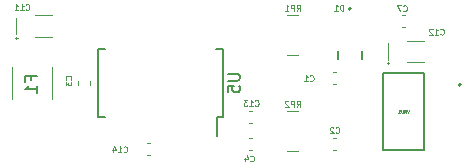
<source format=gbr>
%TF.GenerationSoftware,KiCad,Pcbnew,(6.0.11-0)*%
%TF.CreationDate,2023-05-04T16:40:56+03:00*%
%TF.ProjectId,Arduino Nano Differential impdance PCB,41726475-696e-46f2-904e-616e6f204469,rev?*%
%TF.SameCoordinates,Original*%
%TF.FileFunction,Legend,Bot*%
%TF.FilePolarity,Positive*%
%FSLAX46Y46*%
G04 Gerber Fmt 4.6, Leading zero omitted, Abs format (unit mm)*
G04 Created by KiCad (PCBNEW (6.0.11-0)) date 2023-05-04 16:40:56*
%MOMM*%
%LPD*%
G01*
G04 APERTURE LIST*
%ADD10C,0.125000*%
%ADD11C,0.100000*%
%ADD12C,0.150000*%
%ADD13C,0.063500*%
%ADD14C,0.120000*%
%ADD15C,0.127000*%
%ADD16C,0.200000*%
G04 APERTURE END LIST*
D10*
%TO.C,C13*%
X152010228Y-104521771D02*
X152034038Y-104545580D01*
X152105466Y-104569390D01*
X152153085Y-104569390D01*
X152224514Y-104545580D01*
X152272133Y-104497961D01*
X152295942Y-104450342D01*
X152319752Y-104355104D01*
X152319752Y-104283676D01*
X152295942Y-104188438D01*
X152272133Y-104140819D01*
X152224514Y-104093200D01*
X152153085Y-104069390D01*
X152105466Y-104069390D01*
X152034038Y-104093200D01*
X152010228Y-104117009D01*
X151534038Y-104569390D02*
X151819752Y-104569390D01*
X151676895Y-104569390D02*
X151676895Y-104069390D01*
X151724514Y-104140819D01*
X151772133Y-104188438D01*
X151819752Y-104212247D01*
X151367371Y-104069390D02*
X151057847Y-104069390D01*
X151224514Y-104259866D01*
X151153085Y-104259866D01*
X151105466Y-104283676D01*
X151081657Y-104307485D01*
X151057847Y-104355104D01*
X151057847Y-104474152D01*
X151081657Y-104521771D01*
X151105466Y-104545580D01*
X151153085Y-104569390D01*
X151295942Y-104569390D01*
X151343561Y-104545580D01*
X151367371Y-104521771D01*
D11*
%TO.C,C4*%
X151619733Y-109215568D02*
X151643542Y-109239377D01*
X151714971Y-109263187D01*
X151762590Y-109263187D01*
X151834019Y-109239377D01*
X151881638Y-109191758D01*
X151905447Y-109144139D01*
X151929257Y-109048901D01*
X151929257Y-108977473D01*
X151905447Y-108882235D01*
X151881638Y-108834616D01*
X151834019Y-108786997D01*
X151762590Y-108763187D01*
X151714971Y-108763187D01*
X151643542Y-108786997D01*
X151619733Y-108810806D01*
X151191161Y-108929854D02*
X151191161Y-109263187D01*
X151310209Y-108739377D02*
X151429257Y-109096520D01*
X151119733Y-109096520D01*
D10*
%TO.C,C3*%
X136424171Y-102329466D02*
X136447980Y-102305657D01*
X136471790Y-102234228D01*
X136471790Y-102186609D01*
X136447980Y-102115180D01*
X136400361Y-102067561D01*
X136352742Y-102043752D01*
X136257504Y-102019942D01*
X136186076Y-102019942D01*
X136090838Y-102043752D01*
X136043219Y-102067561D01*
X135995600Y-102115180D01*
X135971790Y-102186609D01*
X135971790Y-102234228D01*
X135995600Y-102305657D01*
X136019409Y-102329466D01*
X135971790Y-102496133D02*
X135971790Y-102805657D01*
X136162266Y-102638990D01*
X136162266Y-102710419D01*
X136186076Y-102758038D01*
X136209885Y-102781847D01*
X136257504Y-102805657D01*
X136376552Y-102805657D01*
X136424171Y-102781847D01*
X136447980Y-102758038D01*
X136471790Y-102710419D01*
X136471790Y-102567561D01*
X136447980Y-102519942D01*
X136424171Y-102496133D01*
D12*
%TO.C,U5*%
X149720380Y-101854095D02*
X150529904Y-101854095D01*
X150625142Y-101901714D01*
X150672761Y-101949333D01*
X150720380Y-102044571D01*
X150720380Y-102235047D01*
X150672761Y-102330285D01*
X150625142Y-102377904D01*
X150529904Y-102425523D01*
X149720380Y-102425523D01*
X149720380Y-103377904D02*
X149720380Y-102901714D01*
X150196571Y-102854095D01*
X150148952Y-102901714D01*
X150101333Y-102996952D01*
X150101333Y-103235047D01*
X150148952Y-103330285D01*
X150196571Y-103377904D01*
X150291809Y-103425523D01*
X150529904Y-103425523D01*
X150625142Y-103377904D01*
X150672761Y-103330285D01*
X150720380Y-103235047D01*
X150720380Y-102996952D01*
X150672761Y-102901714D01*
X150625142Y-102854095D01*
D11*
%TO.C,RP2*%
X155527333Y-104620190D02*
X155694000Y-104382095D01*
X155813047Y-104620190D02*
X155813047Y-104120190D01*
X155622571Y-104120190D01*
X155574952Y-104144000D01*
X155551142Y-104167809D01*
X155527333Y-104215428D01*
X155527333Y-104286857D01*
X155551142Y-104334476D01*
X155574952Y-104358285D01*
X155622571Y-104382095D01*
X155813047Y-104382095D01*
X155313047Y-104620190D02*
X155313047Y-104120190D01*
X155122571Y-104120190D01*
X155074952Y-104144000D01*
X155051142Y-104167809D01*
X155027333Y-104215428D01*
X155027333Y-104286857D01*
X155051142Y-104334476D01*
X155074952Y-104358285D01*
X155122571Y-104382095D01*
X155313047Y-104382095D01*
X154836857Y-104167809D02*
X154813047Y-104144000D01*
X154765428Y-104120190D01*
X154646380Y-104120190D01*
X154598761Y-104144000D01*
X154574952Y-104167809D01*
X154551142Y-104215428D01*
X154551142Y-104263047D01*
X154574952Y-104334476D01*
X154860666Y-104620190D01*
X154551142Y-104620190D01*
D13*
%TO.C,C11*%
X132604628Y-96393771D02*
X132628438Y-96417580D01*
X132699866Y-96441390D01*
X132747485Y-96441390D01*
X132818914Y-96417580D01*
X132866533Y-96369961D01*
X132890342Y-96322342D01*
X132914152Y-96227104D01*
X132914152Y-96155676D01*
X132890342Y-96060438D01*
X132866533Y-96012819D01*
X132818914Y-95965200D01*
X132747485Y-95941390D01*
X132699866Y-95941390D01*
X132628438Y-95965200D01*
X132604628Y-95989009D01*
X132128438Y-96441390D02*
X132414152Y-96441390D01*
X132271295Y-96441390D02*
X132271295Y-95941390D01*
X132318914Y-96012819D01*
X132366533Y-96060438D01*
X132414152Y-96084247D01*
X131652247Y-96441390D02*
X131937961Y-96441390D01*
X131795104Y-96441390D02*
X131795104Y-95941390D01*
X131842723Y-96012819D01*
X131890342Y-96060438D01*
X131937961Y-96084247D01*
D11*
%TO.C,D1*%
X159500047Y-96483890D02*
X159500047Y-95983890D01*
X159381000Y-95983890D01*
X159309571Y-96007700D01*
X159261952Y-96055319D01*
X159238142Y-96102938D01*
X159214333Y-96198176D01*
X159214333Y-96269604D01*
X159238142Y-96364842D01*
X159261952Y-96412461D01*
X159309571Y-96460080D01*
X159381000Y-96483890D01*
X159500047Y-96483890D01*
X158738142Y-96483890D02*
X159023857Y-96483890D01*
X158881000Y-96483890D02*
X158881000Y-95983890D01*
X158928619Y-96055319D01*
X158976238Y-96102938D01*
X159023857Y-96126747D01*
D13*
%TO.C,VRU1*%
X165057666Y-104889904D02*
X164973000Y-105143904D01*
X164888333Y-104889904D01*
X164658523Y-105143904D02*
X164743190Y-105022952D01*
X164803666Y-105143904D02*
X164803666Y-104889904D01*
X164706904Y-104889904D01*
X164682714Y-104902000D01*
X164670619Y-104914095D01*
X164658523Y-104938285D01*
X164658523Y-104974571D01*
X164670619Y-104998761D01*
X164682714Y-105010857D01*
X164706904Y-105022952D01*
X164803666Y-105022952D01*
X164549666Y-104889904D02*
X164549666Y-105095523D01*
X164537571Y-105119714D01*
X164525476Y-105131809D01*
X164501285Y-105143904D01*
X164452904Y-105143904D01*
X164428714Y-105131809D01*
X164416619Y-105119714D01*
X164404523Y-105095523D01*
X164404523Y-104889904D01*
X164150523Y-105143904D02*
X164295666Y-105143904D01*
X164223095Y-105143904D02*
X164223095Y-104889904D01*
X164247285Y-104926190D01*
X164271476Y-104950380D01*
X164295666Y-104962476D01*
D11*
%TO.C,C2*%
X158833333Y-106807771D02*
X158857142Y-106831580D01*
X158928571Y-106855390D01*
X158976190Y-106855390D01*
X159047619Y-106831580D01*
X159095238Y-106783961D01*
X159119047Y-106736342D01*
X159142857Y-106641104D01*
X159142857Y-106569676D01*
X159119047Y-106474438D01*
X159095238Y-106426819D01*
X159047619Y-106379200D01*
X158976190Y-106355390D01*
X158928571Y-106355390D01*
X158857142Y-106379200D01*
X158833333Y-106403009D01*
X158642857Y-106403009D02*
X158619047Y-106379200D01*
X158571428Y-106355390D01*
X158452380Y-106355390D01*
X158404761Y-106379200D01*
X158380952Y-106403009D01*
X158357142Y-106450628D01*
X158357142Y-106498247D01*
X158380952Y-106569676D01*
X158666666Y-106855390D01*
X158357142Y-106855390D01*
D10*
%TO.C,C14*%
X140885028Y-108433371D02*
X140908838Y-108457180D01*
X140980266Y-108480990D01*
X141027885Y-108480990D01*
X141099314Y-108457180D01*
X141146933Y-108409561D01*
X141170742Y-108361942D01*
X141194552Y-108266704D01*
X141194552Y-108195276D01*
X141170742Y-108100038D01*
X141146933Y-108052419D01*
X141099314Y-108004800D01*
X141027885Y-107980990D01*
X140980266Y-107980990D01*
X140908838Y-108004800D01*
X140885028Y-108028609D01*
X140408838Y-108480990D02*
X140694552Y-108480990D01*
X140551695Y-108480990D02*
X140551695Y-107980990D01*
X140599314Y-108052419D01*
X140646933Y-108100038D01*
X140694552Y-108123847D01*
X139980266Y-108147657D02*
X139980266Y-108480990D01*
X140099314Y-107957180D02*
X140218361Y-108314323D01*
X139908838Y-108314323D01*
D11*
%TO.C,RP1*%
X155527333Y-96492190D02*
X155694000Y-96254095D01*
X155813047Y-96492190D02*
X155813047Y-95992190D01*
X155622571Y-95992190D01*
X155574952Y-96016000D01*
X155551142Y-96039809D01*
X155527333Y-96087428D01*
X155527333Y-96158857D01*
X155551142Y-96206476D01*
X155574952Y-96230285D01*
X155622571Y-96254095D01*
X155813047Y-96254095D01*
X155313047Y-96492190D02*
X155313047Y-95992190D01*
X155122571Y-95992190D01*
X155074952Y-96016000D01*
X155051142Y-96039809D01*
X155027333Y-96087428D01*
X155027333Y-96158857D01*
X155051142Y-96206476D01*
X155074952Y-96230285D01*
X155122571Y-96254095D01*
X155313047Y-96254095D01*
X154551142Y-96492190D02*
X154836857Y-96492190D01*
X154694000Y-96492190D02*
X154694000Y-95992190D01*
X154741619Y-96063619D01*
X154789238Y-96111238D01*
X154836857Y-96135047D01*
D12*
%TO.C,F1*%
X133024571Y-102384266D02*
X133024571Y-102050933D01*
X133548380Y-102050933D02*
X132548380Y-102050933D01*
X132548380Y-102527123D01*
X133548380Y-103431885D02*
X133548380Y-102860457D01*
X133548380Y-103146171D02*
X132548380Y-103146171D01*
X132691238Y-103050933D01*
X132786476Y-102955695D01*
X132834095Y-102860457D01*
D10*
%TO.C,C1*%
X156661333Y-102413571D02*
X156685142Y-102437380D01*
X156756571Y-102461190D01*
X156804190Y-102461190D01*
X156875619Y-102437380D01*
X156923238Y-102389761D01*
X156947047Y-102342142D01*
X156970857Y-102246904D01*
X156970857Y-102175476D01*
X156947047Y-102080238D01*
X156923238Y-102032619D01*
X156875619Y-101985000D01*
X156804190Y-101961190D01*
X156756571Y-101961190D01*
X156685142Y-101985000D01*
X156661333Y-102008809D01*
X156185142Y-102461190D02*
X156470857Y-102461190D01*
X156328000Y-102461190D02*
X156328000Y-101961190D01*
X156375619Y-102032619D01*
X156423238Y-102080238D01*
X156470857Y-102104047D01*
D11*
%TO.C,C7*%
X164573733Y-96495371D02*
X164597542Y-96519180D01*
X164668971Y-96542990D01*
X164716590Y-96542990D01*
X164788019Y-96519180D01*
X164835638Y-96471561D01*
X164859447Y-96423942D01*
X164883257Y-96328704D01*
X164883257Y-96257276D01*
X164859447Y-96162038D01*
X164835638Y-96114419D01*
X164788019Y-96066800D01*
X164716590Y-96042990D01*
X164668971Y-96042990D01*
X164597542Y-96066800D01*
X164573733Y-96090609D01*
X164407066Y-96042990D02*
X164073733Y-96042990D01*
X164288019Y-96542990D01*
D13*
%TO.C,C12*%
X167707428Y-98476571D02*
X167731238Y-98500380D01*
X167802666Y-98524190D01*
X167850285Y-98524190D01*
X167921714Y-98500380D01*
X167969333Y-98452761D01*
X167993142Y-98405142D01*
X168016952Y-98309904D01*
X168016952Y-98238476D01*
X167993142Y-98143238D01*
X167969333Y-98095619D01*
X167921714Y-98048000D01*
X167850285Y-98024190D01*
X167802666Y-98024190D01*
X167731238Y-98048000D01*
X167707428Y-98071809D01*
X167231238Y-98524190D02*
X167516952Y-98524190D01*
X167374095Y-98524190D02*
X167374095Y-98024190D01*
X167421714Y-98095619D01*
X167469333Y-98143238D01*
X167516952Y-98167047D01*
X167040761Y-98071809D02*
X167016952Y-98048000D01*
X166969333Y-98024190D01*
X166850285Y-98024190D01*
X166802666Y-98048000D01*
X166778857Y-98071809D01*
X166755047Y-98119428D01*
X166755047Y-98167047D01*
X166778857Y-98238476D01*
X167064571Y-98524190D01*
X166755047Y-98524190D01*
D14*
%TO.C,C13*%
X151778580Y-105027000D02*
X151497420Y-105027000D01*
X151778580Y-106047000D02*
X151497420Y-106047000D01*
%TO.C,C4*%
X151497420Y-107313000D02*
X151778580Y-107313000D01*
X151497420Y-108333000D02*
X151778580Y-108333000D01*
%TO.C,C3*%
X138051000Y-102756580D02*
X138051000Y-102475420D01*
X137031000Y-102756580D02*
X137031000Y-102475420D01*
D12*
%TO.C,U5*%
X138693000Y-105491000D02*
X139343000Y-105491000D01*
X138693000Y-105491000D02*
X138693000Y-99741000D01*
X149343000Y-105491000D02*
X149343000Y-99741000D01*
X138693000Y-99741000D02*
X139343000Y-99741000D01*
X149343000Y-99741000D02*
X148693000Y-99741000D01*
X149343000Y-105491000D02*
X148768000Y-105491000D01*
X148768000Y-105491000D02*
X148768000Y-107091000D01*
D14*
%TO.C,RP2*%
X154694000Y-108360000D02*
X155694000Y-108360000D01*
X154694000Y-105000000D02*
X155694000Y-105000000D01*
%TO.C,C11*%
X133400748Y-98700000D02*
X134823252Y-98700000D01*
X131712000Y-98790000D02*
X131912000Y-98790000D01*
X131812000Y-98890000D02*
X131812000Y-98690000D01*
X133400748Y-96880000D02*
X134823252Y-96880000D01*
X131812000Y-98501252D02*
X131812000Y-97078748D01*
D15*
%TO.C,D1*%
X161035000Y-99881200D02*
X161035000Y-100624700D01*
X159005000Y-100624700D02*
X159005000Y-99881200D01*
D16*
X160120000Y-96324700D02*
G75*
G03*
X160120000Y-96324700I-100000J0D01*
G01*
D15*
%TO.C,VRU1*%
X162842000Y-108279000D02*
X166342000Y-108279000D01*
X162842000Y-101779000D02*
X162842000Y-108279000D01*
X166342000Y-101779000D02*
X162842000Y-101779000D01*
X166342000Y-108279000D02*
X166342000Y-101779000D01*
D16*
X169442000Y-102779000D02*
G75*
G03*
X169442000Y-102779000I-100000J0D01*
G01*
D14*
%TO.C,C2*%
X158609420Y-107313000D02*
X158890580Y-107313000D01*
X158609420Y-108333000D02*
X158890580Y-108333000D01*
%TO.C,C14*%
X142861420Y-108714000D02*
X143142580Y-108714000D01*
X142861420Y-107694000D02*
X143142580Y-107694000D01*
%TO.C,RP1*%
X155694000Y-100232000D02*
X154694000Y-100232000D01*
X155694000Y-96872000D02*
X154694000Y-96872000D01*
%TO.C,F1*%
X134856800Y-104002252D02*
X134856800Y-101229748D01*
X131436800Y-104002252D02*
X131436800Y-101229748D01*
%TO.C,C1*%
X158890580Y-101725000D02*
X158609420Y-101725000D01*
X158890580Y-102745000D02*
X158609420Y-102745000D01*
%TO.C,C7*%
X164451420Y-97919000D02*
X164732580Y-97919000D01*
X164451420Y-96899000D02*
X164732580Y-96899000D01*
%TO.C,C12*%
X164858248Y-99039000D02*
X166280752Y-99039000D01*
X164858248Y-100859000D02*
X166280752Y-100859000D01*
X163269500Y-99237748D02*
X163269500Y-100660252D01*
X163169500Y-100949000D02*
X163369500Y-100949000D01*
X163269500Y-101049000D02*
X163269500Y-100849000D01*
%TD*%
M02*

</source>
